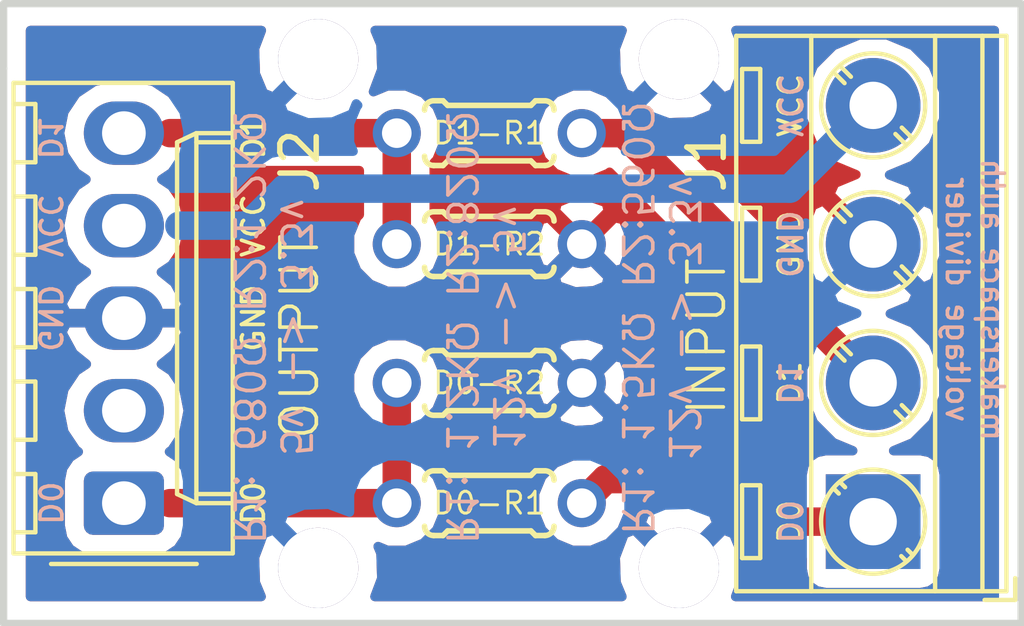
<source format=kicad_pcb>
(kicad_pcb (version 20171130) (host pcbnew 5.0.2-4.fc29)

  (general
    (thickness 1.6)
    (drawings 28)
    (tracks 14)
    (zones 0)
    (modules 10)
    (nets 8)
  )

  (page A4)
  (layers
    (0 Top signal hide)
    (31 Bottom signal hide)
    (33 F.Adhes user hide)
    (35 F.Paste user)
    (36 B.SilkS user hide)
    (37 F.SilkS user)
    (38 B.Mask user hide)
    (39 F.Mask user)
    (40 Dwgs.User user hide)
    (41 Cmts.User user hide)
    (42 Eco1.User user hide)
    (43 Eco2.User user hide)
    (44 Edge.Cuts user)
    (45 Margin user hide)
    (46 B.CrtYd user hide)
    (47 F.CrtYd user hide)
    (49 F.Fab user hide)
  )

  (setup
    (last_trace_width 0.781)
    (user_trace_width 0.1524)
    (user_trace_width 0.3)
    (user_trace_width 0.781)
    (trace_clearance 0.254)
    (zone_clearance 0.508)
    (zone_45_only no)
    (trace_min 0.1524)
    (segment_width 0.2)
    (edge_width 0.15)
    (via_size 0.6858)
    (via_drill 0.3302)
    (via_min_size 0.508)
    (via_min_drill 0.254)
    (uvia_size 0.6858)
    (uvia_drill 0.3302)
    (uvias_allowed no)
    (uvia_min_size 0.2)
    (uvia_min_drill 0.1)
    (pcb_text_width 0.1)
    (pcb_text_size 1 1)
    (mod_edge_width 0.15)
    (mod_text_size 1 1)
    (mod_text_width 0.15)
    (pad_size 2.6 2.6)
    (pad_drill 1.3)
    (pad_to_mask_clearance 0.051)
    (solder_mask_min_width 0.25)
    (aux_axis_origin 78.74 66.04)
    (grid_origin 78.74 66.04)
    (visible_elements FFFFFF7F)
    (pcbplotparams
      (layerselection 0x010fc_ffffffff)
      (usegerberextensions false)
      (usegerberattributes false)
      (usegerberadvancedattributes false)
      (creategerberjobfile false)
      (excludeedgelayer true)
      (linewidth 0.100000)
      (plotframeref false)
      (viasonmask false)
      (mode 1)
      (useauxorigin false)
      (hpglpennumber 1)
      (hpglpenspeed 20)
      (hpglpendiameter 15.000000)
      (psnegative false)
      (psa4output false)
      (plotreference true)
      (plotvalue true)
      (plotinvisibletext false)
      (padsonsilk false)
      (subtractmaskfromsilk false)
      (outputformat 1)
      (mirror false)
      (drillshape 1)
      (scaleselection 1)
      (outputdirectory ""))
  )

  (net 0 "")
  (net 1 /D0)
  (net 2 /D1)
  (net 3 GND)
  (net 4 VCC)
  (net 5 "Net-(J2-Pad2)")
  (net 6 "Net-(D0-R1-Pad1)")
  (net 7 "Net-(D1-R1-Pad1)")

  (net_class Default "This is the default net class."
    (clearance 0.254)
    (trace_width 0.1524)
    (via_dia 0.6858)
    (via_drill 0.3302)
    (uvia_dia 0.6858)
    (uvia_drill 0.3302)
    (diff_pair_gap 0.2286)
    (diff_pair_width 0.1524)
    (add_net /D0)
    (add_net /D1)
    (add_net "Net-(D0-R1-Pad1)")
    (add_net "Net-(D1-R1-Pad1)")
    (add_net "Net-(J2-Pad2)")
  )

  (net_class PWR ""
    (clearance 0.254)
    (trace_width 0.3)
    (via_dia 0.6858)
    (via_drill 0.3302)
    (uvia_dia 0.6858)
    (uvia_drill 0.3302)
    (diff_pair_gap 0.2286)
    (diff_pair_width 0.1524)
    (add_net GND)
    (add_net VCC)
  )

  (module MountingHole:MountingHole_2.2mm_M2 (layer Top) (tedit 5C5DB83C) (tstamp 5C90EE46)
    (at 87.376 64.516)
    (descr "Mounting Hole 2.2mm, no annular, M2")
    (tags "mounting hole 2.2mm no annular m2")
    (attr virtual)
    (fp_text reference REF** (at 0 -3.2) (layer F.Fab)
      (effects (font (size 1 1) (thickness 0.15)))
    )
    (fp_text value MountingHole_2.2mm_M2 (at 0 3.2) (layer F.Fab)
      (effects (font (size 1 1) (thickness 0.15)))
    )
    (fp_text user %R (at 0.3 0) (layer F.Fab)
      (effects (font (size 1 1) (thickness 0.15)))
    )
    (fp_circle (center 0 0) (end 2.2 0) (layer Cmts.User) (width 0.15))
    (fp_circle (center 0 0) (end 2.45 0) (layer F.CrtYd) (width 0.05))
    (pad 1 thru_hole circle (at 0 0) (size 2.2 2.2) (drill 2.2) (layers *.Cu *.Mask)
      (net 3 GND))
  )

  (module MountingHole:MountingHole_2.2mm_M2 (layer Top) (tedit 5C5DB812) (tstamp 5C90EE38)
    (at 87.376 50.546)
    (descr "Mounting Hole 2.2mm, no annular, M2")
    (tags "mounting hole 2.2mm no annular m2")
    (attr virtual)
    (fp_text reference REF** (at 0 -3.81) (layer F.Fab)
      (effects (font (size 1 1) (thickness 0.15)))
    )
    (fp_text value MountingHole_2.2mm_M2 (at 0 3.2) (layer F.Fab)
      (effects (font (size 1 1) (thickness 0.15)))
    )
    (fp_circle (center 0 0) (end 2.45 0) (layer F.CrtYd) (width 0.05))
    (fp_circle (center 0 0) (end 2.2 0) (layer Cmts.User) (width 0.15))
    (fp_text user %R (at 0.3 0) (layer F.Fab)
      (effects (font (size 1 1) (thickness 0.15)))
    )
    (pad 1 thru_hole circle (at 0 0) (size 2.2 2.2) (drill 2.2) (layers *.Cu *.Mask)
      (net 3 GND))
  )

  (module MountingHole:MountingHole_2.2mm_M2 (layer Top) (tedit 5C5DB826) (tstamp 5C90EE28)
    (at 97.282 50.546)
    (descr "Mounting Hole 2.2mm, no annular, M2")
    (tags "mounting hole 2.2mm no annular m2")
    (attr virtual)
    (fp_text reference REF** (at 0 -3.2) (layer F.Fab)
      (effects (font (size 1 1) (thickness 0.15)))
    )
    (fp_text value MountingHole_2.2mm_M2 (at 0 3.2) (layer F.Fab)
      (effects (font (size 1 1) (thickness 0.15)))
    )
    (fp_text user %R (at 0.3 0) (layer F.Fab)
      (effects (font (size 1 1) (thickness 0.15)))
    )
    (fp_circle (center 0 0) (end 2.2 0) (layer Cmts.User) (width 0.15))
    (fp_circle (center 0 0) (end 2.45 0) (layer F.CrtYd) (width 0.05))
    (pad 1 thru_hole circle (at 0 0) (size 2.2 2.2) (drill 2.2) (layers *.Cu *.Mask)
      (net 3 GND))
  )

  (module OPL_Resistor:PR-D1.8_L3.3MM (layer Top) (tedit 5C54D99E) (tstamp 5C90D712)
    (at 92.075 62.738 180)
    (descr RESISTOR)
    (tags RESISTOR)
    (path /5C5507E2)
    (attr virtual)
    (fp_text reference D0-R1 (at 0 0 180) (layer F.SilkS)
      (effects (font (size 0.6 0.6) (thickness 0.08)))
    )
    (fp_text value 1.5K (at 0 1.95 180) (layer F.Fab)
      (effects (font (size 1 1) (thickness 0.15)))
    )
    (fp_arc (start 1.524 -0.635) (end 1.524 -0.889) (angle 90) (layer F.SilkS) (width 0.1524))
    (fp_arc (start 1.524 0.635) (end 1.778 0.635) (angle 90) (layer F.SilkS) (width 0.1524))
    (fp_arc (start -1.524 0.635) (end -1.524 0.889) (angle 90) (layer F.SilkS) (width 0.1524))
    (fp_arc (start -1.524 -0.635) (end -1.778 -0.635) (angle 90) (layer F.SilkS) (width 0.1524))
    (fp_line (start 1.524 0.889) (end 1.27 0.889) (layer F.SilkS) (width 0.1524))
    (fp_line (start 1.524 -0.889) (end 1.27 -0.889) (layer F.SilkS) (width 0.1524))
    (fp_line (start 1.143 0.762) (end -1.143 0.762) (layer F.SilkS) (width 0.1524))
    (fp_line (start 1.143 0.762) (end 1.27 0.889) (layer F.SilkS) (width 0.1524))
    (fp_line (start 1.143 -0.762) (end -1.143 -0.762) (layer F.SilkS) (width 0.1524))
    (fp_line (start 1.143 -0.762) (end 1.27 -0.889) (layer F.SilkS) (width 0.1524))
    (fp_line (start -1.143 0.762) (end -1.27 0.889) (layer F.SilkS) (width 0.1524))
    (fp_line (start -1.524 0.889) (end -1.27 0.889) (layer F.SilkS) (width 0.1524))
    (fp_line (start -1.143 -0.762) (end -1.27 -0.889) (layer F.SilkS) (width 0.1524))
    (fp_line (start -1.524 -0.889) (end -1.27 -0.889) (layer F.SilkS) (width 0.1524))
    (fp_line (start -1.65 -0.9) (end 1.65 -0.9) (layer F.Fab) (width 0.1))
    (fp_line (start 1.65 -0.9) (end 1.65 0.9) (layer F.Fab) (width 0.1))
    (fp_line (start 1.65 0.9) (end -1.65 0.9) (layer F.Fab) (width 0.1))
    (fp_line (start -1.65 0.9) (end -1.65 -0.9) (layer F.Fab) (width 0.1))
    (fp_line (start 3.45 1.15) (end 3.45 -1.15) (layer F.CrtYd) (width 0.05))
    (fp_line (start 3.45 -1.15) (end -3.45 -1.15) (layer F.CrtYd) (width 0.05))
    (fp_line (start -3.45 -1.15) (end -3.45 1.15) (layer F.CrtYd) (width 0.05))
    (fp_line (start -3.45 1.15) (end 3.45 1.15) (layer F.CrtYd) (width 0.05))
    (fp_text user %R (at 0 -1.775 180) (layer F.Fab)
      (effects (font (size 1 1) (thickness 0.15)))
    )
    (pad 2 thru_hole circle (at 2.54 0 180) (size 1.3208 1.3208) (drill 0.8128) (layers *.Cu *.Mask)
      (net 1 /D0))
    (pad 1 thru_hole circle (at -2.54 0 180) (size 1.3208 1.3208) (drill 0.8128) (layers *.Cu *.Mask)
      (net 6 "Net-(D0-R1-Pad1)"))
    (model ${KISYS3DMOD}/Resistor_THT.3dshapes/R_Axial_DIN0204_L3.6mm_D1.6mm_P5.08mm_Horizontal.wrl
      (offset (xyz -2.5 0 0))
      (scale (xyz 1 1 1))
      (rotate (xyz 0 0 0))
    )
  )

  (module OPL_Resistor:PR-D1.8_L3.3MM (layer Top) (tedit 5C54D9AD) (tstamp 5C90D72F)
    (at 92.075 59.436)
    (descr RESISTOR)
    (tags RESISTOR)
    (path /5C550842)
    (attr virtual)
    (fp_text reference D0-R2 (at 0 0) (layer F.SilkS)
      (effects (font (size 0.6 0.6) (thickness 0.08)))
    )
    (fp_text value 560 (at 0 1.95) (layer F.Fab)
      (effects (font (size 1 1) (thickness 0.15)))
    )
    (fp_text user %R (at 0 -1.775) (layer F.Fab)
      (effects (font (size 1 1) (thickness 0.15)))
    )
    (fp_line (start -3.45 1.15) (end 3.45 1.15) (layer F.CrtYd) (width 0.05))
    (fp_line (start -3.45 -1.15) (end -3.45 1.15) (layer F.CrtYd) (width 0.05))
    (fp_line (start 3.45 -1.15) (end -3.45 -1.15) (layer F.CrtYd) (width 0.05))
    (fp_line (start 3.45 1.15) (end 3.45 -1.15) (layer F.CrtYd) (width 0.05))
    (fp_line (start -1.65 0.9) (end -1.65 -0.9) (layer F.Fab) (width 0.1))
    (fp_line (start 1.65 0.9) (end -1.65 0.9) (layer F.Fab) (width 0.1))
    (fp_line (start 1.65 -0.9) (end 1.65 0.9) (layer F.Fab) (width 0.1))
    (fp_line (start -1.65 -0.9) (end 1.65 -0.9) (layer F.Fab) (width 0.1))
    (fp_line (start -1.524 -0.889) (end -1.27 -0.889) (layer F.SilkS) (width 0.1524))
    (fp_line (start -1.143 -0.762) (end -1.27 -0.889) (layer F.SilkS) (width 0.1524))
    (fp_line (start -1.524 0.889) (end -1.27 0.889) (layer F.SilkS) (width 0.1524))
    (fp_line (start -1.143 0.762) (end -1.27 0.889) (layer F.SilkS) (width 0.1524))
    (fp_line (start 1.143 -0.762) (end 1.27 -0.889) (layer F.SilkS) (width 0.1524))
    (fp_line (start 1.143 -0.762) (end -1.143 -0.762) (layer F.SilkS) (width 0.1524))
    (fp_line (start 1.143 0.762) (end 1.27 0.889) (layer F.SilkS) (width 0.1524))
    (fp_line (start 1.143 0.762) (end -1.143 0.762) (layer F.SilkS) (width 0.1524))
    (fp_line (start 1.524 -0.889) (end 1.27 -0.889) (layer F.SilkS) (width 0.1524))
    (fp_line (start 1.524 0.889) (end 1.27 0.889) (layer F.SilkS) (width 0.1524))
    (fp_arc (start -1.524 -0.635) (end -1.778 -0.635) (angle 90) (layer F.SilkS) (width 0.1524))
    (fp_arc (start -1.524 0.635) (end -1.524 0.889) (angle 90) (layer F.SilkS) (width 0.1524))
    (fp_arc (start 1.524 0.635) (end 1.778 0.635) (angle 90) (layer F.SilkS) (width 0.1524))
    (fp_arc (start 1.524 -0.635) (end 1.524 -0.889) (angle 90) (layer F.SilkS) (width 0.1524))
    (pad 1 thru_hole circle (at -2.54 0) (size 1.3208 1.3208) (drill 0.8128) (layers *.Cu *.Mask)
      (net 1 /D0))
    (pad 2 thru_hole circle (at 2.54 0) (size 1.3208 1.3208) (drill 0.8128) (layers *.Cu *.Mask)
      (net 3 GND))
    (model ${KISYS3DMOD}/Resistor_THT.3dshapes/R_Axial_DIN0204_L3.6mm_D1.6mm_P5.08mm_Horizontal.wrl
      (offset (xyz -2.5 0 0))
      (scale (xyz 1 1 1))
      (rotate (xyz 0 0 0))
    )
  )

  (module OPL_Resistor:PR-D1.8_L3.3MM (layer Top) (tedit 5C54D9CD) (tstamp 5C90D74C)
    (at 92.075 52.578 180)
    (descr RESISTOR)
    (tags RESISTOR)
    (path /5C550787)
    (attr virtual)
    (fp_text reference D1-R1 (at 0 0 180) (layer F.SilkS)
      (effects (font (size 0.6 0.6) (thickness 0.08)))
    )
    (fp_text value 1.5K (at 0 1.95 180) (layer F.Fab)
      (effects (font (size 1 1) (thickness 0.15)))
    )
    (fp_text user %R (at 0 -1.775 180) (layer F.Fab)
      (effects (font (size 1 1) (thickness 0.15)))
    )
    (fp_line (start -3.45 1.15) (end 3.45 1.15) (layer F.CrtYd) (width 0.05))
    (fp_line (start -3.45 -1.15) (end -3.45 1.15) (layer F.CrtYd) (width 0.05))
    (fp_line (start 3.45 -1.15) (end -3.45 -1.15) (layer F.CrtYd) (width 0.05))
    (fp_line (start 3.45 1.15) (end 3.45 -1.15) (layer F.CrtYd) (width 0.05))
    (fp_line (start -1.65 0.9) (end -1.65 -0.9) (layer F.Fab) (width 0.1))
    (fp_line (start 1.65 0.9) (end -1.65 0.9) (layer F.Fab) (width 0.1))
    (fp_line (start 1.65 -0.9) (end 1.65 0.9) (layer F.Fab) (width 0.1))
    (fp_line (start -1.65 -0.9) (end 1.65 -0.9) (layer F.Fab) (width 0.1))
    (fp_line (start -1.524 -0.889) (end -1.27 -0.889) (layer F.SilkS) (width 0.1524))
    (fp_line (start -1.143 -0.762) (end -1.27 -0.889) (layer F.SilkS) (width 0.1524))
    (fp_line (start -1.524 0.889) (end -1.27 0.889) (layer F.SilkS) (width 0.1524))
    (fp_line (start -1.143 0.762) (end -1.27 0.889) (layer F.SilkS) (width 0.1524))
    (fp_line (start 1.143 -0.762) (end 1.27 -0.889) (layer F.SilkS) (width 0.1524))
    (fp_line (start 1.143 -0.762) (end -1.143 -0.762) (layer F.SilkS) (width 0.1524))
    (fp_line (start 1.143 0.762) (end 1.27 0.889) (layer F.SilkS) (width 0.1524))
    (fp_line (start 1.143 0.762) (end -1.143 0.762) (layer F.SilkS) (width 0.1524))
    (fp_line (start 1.524 -0.889) (end 1.27 -0.889) (layer F.SilkS) (width 0.1524))
    (fp_line (start 1.524 0.889) (end 1.27 0.889) (layer F.SilkS) (width 0.1524))
    (fp_arc (start -1.524 -0.635) (end -1.778 -0.635) (angle 90) (layer F.SilkS) (width 0.1524))
    (fp_arc (start -1.524 0.635) (end -1.524 0.889) (angle 90) (layer F.SilkS) (width 0.1524))
    (fp_arc (start 1.524 0.635) (end 1.778 0.635) (angle 90) (layer F.SilkS) (width 0.1524))
    (fp_arc (start 1.524 -0.635) (end 1.524 -0.889) (angle 90) (layer F.SilkS) (width 0.1524))
    (pad 1 thru_hole circle (at -2.54 0 180) (size 1.3208 1.3208) (drill 0.8128) (layers *.Cu *.Mask)
      (net 7 "Net-(D1-R1-Pad1)"))
    (pad 2 thru_hole circle (at 2.54 0 180) (size 1.3208 1.3208) (drill 0.8128) (layers *.Cu *.Mask)
      (net 2 /D1))
    (model ${KISYS3DMOD}/Resistor_THT.3dshapes/R_Axial_DIN0204_L3.6mm_D1.6mm_P5.08mm_Horizontal.wrl
      (offset (xyz -2.5 0 0))
      (scale (xyz 1 1 1))
      (rotate (xyz 0 0 0))
    )
  )

  (module OPL_Resistor:PR-D1.8_L3.3MM (layer Top) (tedit 5C54D9B5) (tstamp 5C90E09C)
    (at 92.075 55.626)
    (descr RESISTOR)
    (tags RESISTOR)
    (path /5C5508C5)
    (attr virtual)
    (fp_text reference D1-R2 (at 0 0) (layer F.SilkS)
      (effects (font (size 0.6 0.6) (thickness 0.08)))
    )
    (fp_text value 560 (at 0 1.95) (layer F.Fab)
      (effects (font (size 1 1) (thickness 0.15)))
    )
    (fp_arc (start 1.524 -0.635) (end 1.524 -0.889) (angle 90) (layer F.SilkS) (width 0.1524))
    (fp_arc (start 1.524 0.635) (end 1.778 0.635) (angle 90) (layer F.SilkS) (width 0.1524))
    (fp_arc (start -1.524 0.635) (end -1.524 0.889) (angle 90) (layer F.SilkS) (width 0.1524))
    (fp_arc (start -1.524 -0.635) (end -1.778 -0.635) (angle 90) (layer F.SilkS) (width 0.1524))
    (fp_line (start 1.524 0.889) (end 1.27 0.889) (layer F.SilkS) (width 0.1524))
    (fp_line (start 1.524 -0.889) (end 1.27 -0.889) (layer F.SilkS) (width 0.1524))
    (fp_line (start 1.143 0.762) (end -1.143 0.762) (layer F.SilkS) (width 0.1524))
    (fp_line (start 1.143 0.762) (end 1.27 0.889) (layer F.SilkS) (width 0.1524))
    (fp_line (start 1.143 -0.762) (end -1.143 -0.762) (layer F.SilkS) (width 0.1524))
    (fp_line (start 1.143 -0.762) (end 1.27 -0.889) (layer F.SilkS) (width 0.1524))
    (fp_line (start -1.143 0.762) (end -1.27 0.889) (layer F.SilkS) (width 0.1524))
    (fp_line (start -1.524 0.889) (end -1.27 0.889) (layer F.SilkS) (width 0.1524))
    (fp_line (start -1.143 -0.762) (end -1.27 -0.889) (layer F.SilkS) (width 0.1524))
    (fp_line (start -1.524 -0.889) (end -1.27 -0.889) (layer F.SilkS) (width 0.1524))
    (fp_line (start -1.65 -0.9) (end 1.65 -0.9) (layer F.Fab) (width 0.1))
    (fp_line (start 1.65 -0.9) (end 1.65 0.9) (layer F.Fab) (width 0.1))
    (fp_line (start 1.65 0.9) (end -1.65 0.9) (layer F.Fab) (width 0.1))
    (fp_line (start -1.65 0.9) (end -1.65 -0.9) (layer F.Fab) (width 0.1))
    (fp_line (start 3.45 1.15) (end 3.45 -1.15) (layer F.CrtYd) (width 0.05))
    (fp_line (start 3.45 -1.15) (end -3.45 -1.15) (layer F.CrtYd) (width 0.05))
    (fp_line (start -3.45 -1.15) (end -3.45 1.15) (layer F.CrtYd) (width 0.05))
    (fp_line (start -3.45 1.15) (end 3.45 1.15) (layer F.CrtYd) (width 0.05))
    (fp_text user %R (at 0 -1.775) (layer F.Fab)
      (effects (font (size 1 1) (thickness 0.15)))
    )
    (pad 2 thru_hole circle (at 2.54 0) (size 1.3208 1.3208) (drill 0.8128) (layers *.Cu *.Mask)
      (net 3 GND))
    (pad 1 thru_hole circle (at -2.54 0) (size 1.3208 1.3208) (drill 0.8128) (layers *.Cu *.Mask)
      (net 2 /D1))
    (model ${KISYS3DMOD}/Resistor_THT.3dshapes/R_Axial_DIN0204_L3.6mm_D1.6mm_P5.08mm_Horizontal.wrl
      (offset (xyz -2.5 0 0))
      (scale (xyz 1 1 1))
      (rotate (xyz 0 0 0))
    )
  )

  (module Connector_Molex:Molex_KK-254_AE-6410-05A_1x05_P2.54mm_Vertical (layer Top) (tedit 5B78013E) (tstamp 5C5DE4D5)
    (at 82.042 62.738 90)
    (descr "Molex KK-254 Interconnect System, old/engineering part number: AE-6410-05A example for new part number: 22-27-2051, 5 Pins (http://www.molex.com/pdm_docs/sd/022272021_sd.pdf), generated with kicad-footprint-generator")
    (tags "connector Molex KK-254 side entry")
    (path /5C53FDD4)
    (fp_text reference J2 (at 9.398 4.826 90) (layer F.SilkS)
      (effects (font (size 1 1) (thickness 0.15)))
    )
    (fp_text value Conn_01x05_Female (at 5.08 4.08 90) (layer F.Fab)
      (effects (font (size 1 1) (thickness 0.15)))
    )
    (fp_line (start -1.27 -2.92) (end -1.27 2.88) (layer F.Fab) (width 0.1))
    (fp_line (start -1.27 2.88) (end 11.43 2.88) (layer F.Fab) (width 0.1))
    (fp_line (start 11.43 2.88) (end 11.43 -2.92) (layer F.Fab) (width 0.1))
    (fp_line (start 11.43 -2.92) (end -1.27 -2.92) (layer F.Fab) (width 0.1))
    (fp_line (start -1.38 -3.03) (end -1.38 2.99) (layer F.SilkS) (width 0.12))
    (fp_line (start -1.38 2.99) (end 11.54 2.99) (layer F.SilkS) (width 0.12))
    (fp_line (start 11.54 2.99) (end 11.54 -3.03) (layer F.SilkS) (width 0.12))
    (fp_line (start 11.54 -3.03) (end -1.38 -3.03) (layer F.SilkS) (width 0.12))
    (fp_line (start -1.67 -2) (end -1.67 2) (layer F.SilkS) (width 0.12))
    (fp_line (start -1.27 -0.5) (end -0.562893 0) (layer F.Fab) (width 0.1))
    (fp_line (start -0.562893 0) (end -1.27 0.5) (layer F.Fab) (width 0.1))
    (fp_line (start 0 2.99) (end 0 1.99) (layer F.SilkS) (width 0.12))
    (fp_line (start 0 1.99) (end 10.16 1.99) (layer F.SilkS) (width 0.12))
    (fp_line (start 10.16 1.99) (end 10.16 2.99) (layer F.SilkS) (width 0.12))
    (fp_line (start 0 1.99) (end 0.25 1.46) (layer F.SilkS) (width 0.12))
    (fp_line (start 0.25 1.46) (end 9.91 1.46) (layer F.SilkS) (width 0.12))
    (fp_line (start 9.91 1.46) (end 10.16 1.99) (layer F.SilkS) (width 0.12))
    (fp_line (start 0.25 2.99) (end 0.25 1.99) (layer F.SilkS) (width 0.12))
    (fp_line (start 9.91 2.99) (end 9.91 1.99) (layer F.SilkS) (width 0.12))
    (fp_line (start -0.8 -3.03) (end -0.8 -2.43) (layer F.SilkS) (width 0.12))
    (fp_line (start -0.8 -2.43) (end 0.8 -2.43) (layer F.SilkS) (width 0.12))
    (fp_line (start 0.8 -2.43) (end 0.8 -3.03) (layer F.SilkS) (width 0.12))
    (fp_line (start 1.74 -3.03) (end 1.74 -2.43) (layer F.SilkS) (width 0.12))
    (fp_line (start 1.74 -2.43) (end 3.34 -2.43) (layer F.SilkS) (width 0.12))
    (fp_line (start 3.34 -2.43) (end 3.34 -3.03) (layer F.SilkS) (width 0.12))
    (fp_line (start 4.28 -3.03) (end 4.28 -2.43) (layer F.SilkS) (width 0.12))
    (fp_line (start 4.28 -2.43) (end 5.88 -2.43) (layer F.SilkS) (width 0.12))
    (fp_line (start 5.88 -2.43) (end 5.88 -3.03) (layer F.SilkS) (width 0.12))
    (fp_line (start 6.82 -3.03) (end 6.82 -2.43) (layer F.SilkS) (width 0.12))
    (fp_line (start 6.82 -2.43) (end 8.42 -2.43) (layer F.SilkS) (width 0.12))
    (fp_line (start 8.42 -2.43) (end 8.42 -3.03) (layer F.SilkS) (width 0.12))
    (fp_line (start 9.36 -3.03) (end 9.36 -2.43) (layer F.SilkS) (width 0.12))
    (fp_line (start 9.36 -2.43) (end 10.96 -2.43) (layer F.SilkS) (width 0.12))
    (fp_line (start 10.96 -2.43) (end 10.96 -3.03) (layer F.SilkS) (width 0.12))
    (fp_line (start -1.77 -3.42) (end -1.77 3.38) (layer F.CrtYd) (width 0.05))
    (fp_line (start -1.77 3.38) (end 11.93 3.38) (layer F.CrtYd) (width 0.05))
    (fp_line (start 11.93 3.38) (end 11.93 -3.42) (layer F.CrtYd) (width 0.05))
    (fp_line (start 11.93 -3.42) (end -1.77 -3.42) (layer F.CrtYd) (width 0.05))
    (fp_text user %R (at 5.08 -2.22 90) (layer F.Fab)
      (effects (font (size 1 1) (thickness 0.15)))
    )
    (pad 1 thru_hole roundrect (at 0 0 90) (size 1.74 2.2) (drill 1.2) (layers *.Cu *.Mask) (roundrect_rratio 0.143678)
      (net 1 /D0))
    (pad 2 thru_hole oval (at 2.54 0 90) (size 1.74 2.2) (drill 1.2) (layers *.Cu *.Mask)
      (net 5 "Net-(J2-Pad2)"))
    (pad 3 thru_hole oval (at 5.08 0 90) (size 1.74 2.2) (drill 1.2) (layers *.Cu *.Mask)
      (net 3 GND))
    (pad 4 thru_hole oval (at 7.62 0 90) (size 1.74 2.2) (drill 1.2) (layers *.Cu *.Mask)
      (net 4 VCC))
    (pad 5 thru_hole oval (at 10.16 0 90) (size 1.74 2.2) (drill 1.2) (layers *.Cu *.Mask)
      (net 2 /D1))
    (model ${KISYS3DMOD}/Connector_Molex.3dshapes/Molex_KK-254_AE-6410-05A_1x05_P2.54mm_Vertical.wrl
      (at (xyz 0 0 0))
      (scale (xyz 1 1 1))
      (rotate (xyz 0 0 0))
    )
  )

  (module MountingHole:MountingHole_2.2mm_M2 (layer Top) (tedit 5C5DB833) (tstamp 5C90EE0D)
    (at 97.282 64.516)
    (descr "Mounting Hole 2.2mm, no annular, M2")
    (tags "mounting hole 2.2mm no annular m2")
    (attr virtual)
    (fp_text reference REF** (at 0 -3.2) (layer F.Fab)
      (effects (font (size 1 1) (thickness 0.15)))
    )
    (fp_text value MountingHole_2.2mm_M2 (at 0 3.2) (layer F.Fab)
      (effects (font (size 1 1) (thickness 0.15)))
    )
    (fp_circle (center 0 0) (end 2.45 0) (layer F.CrtYd) (width 0.05))
    (fp_circle (center 0 0) (end 2.2 0) (layer Cmts.User) (width 0.15))
    (fp_text user %R (at 0.3 0) (layer F.Fab)
      (effects (font (size 1 1) (thickness 0.15)))
    )
    (pad 1 thru_hole circle (at 0 0) (size 2.2 2.2) (drill 2.2) (layers *.Cu *.Mask)
      (net 3 GND))
  )

  (module TerminalBlock_MetzConnect:TerminalBlock_MetzConnect_Type086_RT03404HBLC_1x04_P3.81mm_Horizontal (layer Top) (tedit 5C5DC1EE) (tstamp 5C6A85A9)
    (at 102.616 63.246 90)
    (descr "terminal block Metz Connect Type086_RT03404HBLC, 4 pins, pitch 3.81mm, size 15.1x7.3mm^2, drill diamater 0.7mm, pad diameter 1.4mm, see http://www.metz-connect.com/de/system/files/productfiles/Datenblatt_310861_RT034xxHBLC_OFF-026114K.pdf, script-generated using https://github.com/pointhi/kicad-footprint-generator/scripts/TerminalBlock_MetzConnect")
    (tags "THT terminal block Metz Connect Type086_RT03404HBLC pitch 3.81mm size 15.1x7.3mm^2 drill 0.7mm pad 1.4mm")
    (path /5C53FB6D)
    (fp_text reference J1 (at 9.906 -4.572 90) (layer F.SilkS)
      (effects (font (size 1 1) (thickness 0.15)))
    )
    (fp_text value Screw_Terminal_01x04 (at 5.715 4.66 90) (layer F.Fab)
      (effects (font (size 1 1) (thickness 0.15)))
    )
    (fp_circle (center 0 0) (end 1.25 0) (layer F.Fab) (width 0.1))
    (fp_circle (center 0 0) (end 1.43 0) (layer F.SilkS) (width 0.12))
    (fp_circle (center 3.81 0) (end 5.06 0) (layer F.Fab) (width 0.1))
    (fp_circle (center 3.81 0) (end 5.24 0) (layer F.SilkS) (width 0.12))
    (fp_circle (center 7.62 0) (end 8.87 0) (layer F.Fab) (width 0.1))
    (fp_circle (center 7.62 0) (end 9.05 0) (layer F.SilkS) (width 0.12))
    (fp_circle (center 11.43 0) (end 12.68 0) (layer F.Fab) (width 0.1))
    (fp_circle (center 11.43 0) (end 12.86 0) (layer F.SilkS) (width 0.12))
    (fp_line (start -1.85 -3.7) (end 13.28 -3.7) (layer F.Fab) (width 0.1))
    (fp_line (start 13.28 -3.7) (end 13.28 3.6) (layer F.Fab) (width 0.1))
    (fp_line (start 13.28 3.6) (end -1.25 3.6) (layer F.Fab) (width 0.1))
    (fp_line (start -1.25 3.6) (end -1.85 3) (layer F.Fab) (width 0.1))
    (fp_line (start -1.85 3) (end -1.85 -3.7) (layer F.Fab) (width 0.1))
    (fp_line (start -1.85 3) (end 13.28 3) (layer F.Fab) (width 0.1))
    (fp_line (start -1.91 3) (end 13.34 3) (layer F.SilkS) (width 0.12))
    (fp_line (start -1.85 1.7) (end 13.28 1.7) (layer F.Fab) (width 0.1))
    (fp_line (start -1.91 1.701) (end 13.34 1.701) (layer F.SilkS) (width 0.12))
    (fp_line (start -1.85 -1.7) (end 13.28 -1.7) (layer F.Fab) (width 0.1))
    (fp_line (start -1.91 -1.7) (end 13.34 -1.7) (layer F.SilkS) (width 0.12))
    (fp_line (start -1.91 -3.76) (end 13.34 -3.76) (layer F.SilkS) (width 0.12))
    (fp_line (start -1.91 3.66) (end 13.34 3.66) (layer F.SilkS) (width 0.12))
    (fp_line (start -1.91 -3.76) (end -1.91 3.66) (layer F.SilkS) (width 0.12))
    (fp_line (start 13.34 -3.76) (end 13.34 3.66) (layer F.SilkS) (width 0.12))
    (fp_line (start 0.949 -0.796) (end -0.796 0.948) (layer F.Fab) (width 0.1))
    (fp_line (start 0.796 -0.948) (end -0.949 0.796) (layer F.Fab) (width 0.1))
    (fp_line (start 1.085 -0.91) (end 0.945 -0.771) (layer F.SilkS) (width 0.12))
    (fp_line (start -0.771 0.945) (end -0.911 1.085) (layer F.SilkS) (width 0.12))
    (fp_line (start 0.911 -1.085) (end 0.771 -0.945) (layer F.SilkS) (width 0.12))
    (fp_line (start -0.946 0.771) (end -1.085 0.91) (layer F.SilkS) (width 0.12))
    (fp_line (start -1 -3.6) (end -1 -3.1) (layer F.Fab) (width 0.1))
    (fp_line (start -1 -3.1) (end 1 -3.1) (layer F.Fab) (width 0.1))
    (fp_line (start 1 -3.1) (end 1 -3.6) (layer F.Fab) (width 0.1))
    (fp_line (start 1 -3.6) (end -1 -3.6) (layer F.Fab) (width 0.1))
    (fp_line (start -1 -3.6) (end 1 -3.6) (layer F.SilkS) (width 0.12))
    (fp_line (start -1 -3.1) (end 1 -3.1) (layer F.SilkS) (width 0.12))
    (fp_line (start -1 -3.6) (end -1 -3.1) (layer F.SilkS) (width 0.12))
    (fp_line (start 1 -3.6) (end 1 -3.1) (layer F.SilkS) (width 0.12))
    (fp_line (start 4.759 -0.796) (end 3.015 0.948) (layer F.Fab) (width 0.1))
    (fp_line (start 4.606 -0.948) (end 2.862 0.796) (layer F.Fab) (width 0.1))
    (fp_line (start 4.895 -0.91) (end 4.596 -0.611) (layer F.SilkS) (width 0.12))
    (fp_line (start 3.2 0.786) (end 2.9 1.085) (layer F.SilkS) (width 0.12))
    (fp_line (start 4.721 -1.085) (end 4.421 -0.786) (layer F.SilkS) (width 0.12))
    (fp_line (start 3.025 0.611) (end 2.726 0.91) (layer F.SilkS) (width 0.12))
    (fp_line (start 2.81 -3.6) (end 2.81 -3.1) (layer F.Fab) (width 0.1))
    (fp_line (start 2.81 -3.1) (end 4.81 -3.1) (layer F.Fab) (width 0.1))
    (fp_line (start 4.81 -3.1) (end 4.81 -3.6) (layer F.Fab) (width 0.1))
    (fp_line (start 4.81 -3.6) (end 2.81 -3.6) (layer F.Fab) (width 0.1))
    (fp_line (start 2.81 -3.6) (end 4.81 -3.6) (layer F.SilkS) (width 0.12))
    (fp_line (start 2.81 -3.1) (end 4.81 -3.1) (layer F.SilkS) (width 0.12))
    (fp_line (start 2.81 -3.6) (end 2.81 -3.1) (layer F.SilkS) (width 0.12))
    (fp_line (start 4.81 -3.6) (end 4.81 -3.1) (layer F.SilkS) (width 0.12))
    (fp_line (start 8.569 -0.796) (end 6.825 0.948) (layer F.Fab) (width 0.1))
    (fp_line (start 8.416 -0.948) (end 6.672 0.796) (layer F.Fab) (width 0.1))
    (fp_line (start 8.705 -0.91) (end 8.406 -0.611) (layer F.SilkS) (width 0.12))
    (fp_line (start 7.01 0.786) (end 6.71 1.085) (layer F.SilkS) (width 0.12))
    (fp_line (start 8.531 -1.085) (end 8.231 -0.786) (layer F.SilkS) (width 0.12))
    (fp_line (start 6.835 0.611) (end 6.536 0.91) (layer F.SilkS) (width 0.12))
    (fp_line (start 6.62 -3.6) (end 6.62 -3.1) (layer F.Fab) (width 0.1))
    (fp_line (start 6.62 -3.1) (end 8.62 -3.1) (layer F.Fab) (width 0.1))
    (fp_line (start 8.62 -3.1) (end 8.62 -3.6) (layer F.Fab) (width 0.1))
    (fp_line (start 8.62 -3.6) (end 6.62 -3.6) (layer F.Fab) (width 0.1))
    (fp_line (start 6.62 -3.6) (end 8.62 -3.6) (layer F.SilkS) (width 0.12))
    (fp_line (start 6.62 -3.1) (end 8.62 -3.1) (layer F.SilkS) (width 0.12))
    (fp_line (start 6.62 -3.6) (end 6.62 -3.1) (layer F.SilkS) (width 0.12))
    (fp_line (start 8.62 -3.6) (end 8.62 -3.1) (layer F.SilkS) (width 0.12))
    (fp_line (start 12.379 -0.796) (end 10.635 0.948) (layer F.Fab) (width 0.1))
    (fp_line (start 12.226 -0.948) (end 10.482 0.796) (layer F.Fab) (width 0.1))
    (fp_line (start 12.515 -0.91) (end 12.216 -0.611) (layer F.SilkS) (width 0.12))
    (fp_line (start 10.82 0.786) (end 10.52 1.085) (layer F.SilkS) (width 0.12))
    (fp_line (start 12.341 -1.085) (end 12.041 -0.786) (layer F.SilkS) (width 0.12))
    (fp_line (start 10.645 0.611) (end 10.346 0.91) (layer F.SilkS) (width 0.12))
    (fp_line (start 10.43 -3.6) (end 10.43 -3.1) (layer F.Fab) (width 0.1))
    (fp_line (start 10.43 -3.1) (end 12.43 -3.1) (layer F.Fab) (width 0.1))
    (fp_line (start 12.43 -3.1) (end 12.43 -3.6) (layer F.Fab) (width 0.1))
    (fp_line (start 12.43 -3.6) (end 10.43 -3.6) (layer F.Fab) (width 0.1))
    (fp_line (start 10.43 -3.6) (end 12.43 -3.6) (layer F.SilkS) (width 0.12))
    (fp_line (start 10.43 -3.1) (end 12.43 -3.1) (layer F.SilkS) (width 0.12))
    (fp_line (start 10.43 -3.6) (end 10.43 -3.1) (layer F.SilkS) (width 0.12))
    (fp_line (start 12.43 -3.6) (end 12.43 -3.1) (layer F.SilkS) (width 0.12))
    (fp_line (start -2.15 3.06) (end -2.15 3.9) (layer F.SilkS) (width 0.12))
    (fp_line (start -2.15 3.9) (end -1.55 3.9) (layer F.SilkS) (width 0.12))
    (fp_line (start -2.35 -4.2) (end -2.35 4.11) (layer F.CrtYd) (width 0.05))
    (fp_line (start -2.35 4.11) (end 13.78 4.11) (layer F.CrtYd) (width 0.05))
    (fp_line (start 13.78 4.11) (end 13.78 -4.2) (layer F.CrtYd) (width 0.05))
    (fp_line (start 13.78 -4.2) (end -2.35 -4.2) (layer F.CrtYd) (width 0.05))
    (fp_text user %R (at 5.715 2.4 90) (layer F.Fab)
      (effects (font (size 1 1) (thickness 0.15)))
    )
    (pad 1 thru_hole rect (at 0 0 90) (size 2.6 2.6) (drill 1.3) (layers *.Cu *.Mask)
      (net 6 "Net-(D0-R1-Pad1)"))
    (pad 2 thru_hole circle (at 3.81 0 90) (size 2.6 2.6) (drill 1.3) (layers *.Cu *.Mask)
      (net 7 "Net-(D1-R1-Pad1)"))
    (pad 3 thru_hole circle (at 7.62 0 90) (size 2.6 2.6) (drill 1.3) (layers *.Cu *.Mask)
      (net 3 GND))
    (pad 4 thru_hole circle (at 11.43 0 90) (size 2.6 2.6) (drill 1.3) (layers *.Cu *.Mask)
      (net 4 VCC))
    (model ${KISYS3DMOD}/TerminalBlock_MetzConnect.3dshapes/TerminalBlock_MetzConnect_Type086_RT03404HBLC_1x04_P3.81mm_Horizontal.wrl
      (at (xyz 0 0 0))
      (scale (xyz 1 1 1))
      (rotate (xyz 0 0 0))
    )
    (model /usr/share/kicad/modules/TerminalBlock_MetzConnect.pretty/TerminalBlock_MetzConnect_Type086_RT03404HBLC_1x04_P3.81mm_Horizontal.kicad_mod
      (at (xyz 0 0 0))
      (scale (xyz 1 1 1))
      (rotate (xyz 0 0 0))
    )
    (model ${KISYS3DMOD}/Connector_Phoenix_MC.3dshapes/PhoenixContact_MC_1,5_4-G-3.81_1x04_P3.81mm_Horizontal.step
      (at (xyz 0 0 0))
      (scale (xyz 1 1 1))
      (rotate (xyz 0 0 0))
    )
  )

  (gr_text GND (at 80.01 57.658 270) (layer B.SilkS) (tstamp 5C5DF9E8)
    (effects (font (size 0.6 0.6) (thickness 0.1)) (justify mirror))
  )
  (gr_text D0 (at 80.01 62.738 270) (layer B.SilkS) (tstamp 5C5DF9E7)
    (effects (font (size 0.6 0.6) (thickness 0.1)) (justify mirror))
  )
  (gr_text D1 (at 80.01 52.705 270) (layer B.SilkS) (tstamp 5C5DF9E6)
    (effects (font (size 0.6 0.6) (thickness 0.1)) (justify mirror))
  )
  (gr_text VCC (at 80.01 55.118 270) (layer B.SilkS) (tstamp 5C5DF9E5)
    (effects (font (size 0.6 0.6) (thickness 0.1)) (justify mirror))
  )
  (gr_text GND (at 100.33 55.626 270) (layer B.SilkS) (tstamp 5C5DF78B)
    (effects (font (size 0.6 0.6) (thickness 0.1)) (justify mirror))
  )
  (gr_text D1 (at 100.33 59.436 270) (layer B.SilkS) (tstamp 5C5DF78C)
    (effects (font (size 0.6 0.6) (thickness 0.1)) (justify mirror))
  )
  (gr_text D0 (at 100.33 63.246 270) (layer B.SilkS) (tstamp 5C5DF78D)
    (effects (font (size 0.6 0.6) (thickness 0.1)) (justify mirror))
  )
  (gr_text VCC (at 100.33 51.816 270) (layer B.SilkS) (tstamp 5C5DF78A)
    (effects (font (size 0.6 0.6) (thickness 0.1)) (justify mirror))
  )
  (gr_text GND (at 85.598 57.658 90) (layer F.SilkS) (tstamp 5C5DE766)
    (effects (font (size 0.6 0.6) (thickness 0.1)))
  )
  (gr_text VCC (at 85.598 55.118 90) (layer F.SilkS) (tstamp 5C5DE772)
    (effects (font (size 0.6 0.6) (thickness 0.1)))
  )
  (gr_text D1 (at 85.598 52.705 90) (layer F.SilkS) (tstamp 5C5DE76F)
    (effects (font (size 0.6 0.6) (thickness 0.1)))
  )
  (gr_text D0 (at 85.598 62.738 90) (layer F.SilkS) (tstamp 5C5DE76C)
    (effects (font (size 0.6 0.6) (thickness 0.1)))
  )
  (gr_text VCC (at 100.33 51.816 90) (layer F.SilkS) (tstamp 5C90E944)
    (effects (font (size 0.6 0.6) (thickness 0.1)))
  )
  (gr_text GND (at 100.33 55.626 90) (layer F.SilkS) (tstamp 5C90E7E9)
    (effects (font (size 0.6 0.6) (thickness 0.1)))
  )
  (gr_text D1 (at 100.33 59.436 90) (layer F.SilkS)
    (effects (font (size 0.6 0.6) (thickness 0.1)))
  )
  (gr_text D0 (at 100.33 63.246 90) (layer F.SilkS) (tstamp 5C90E7DA)
    (effects (font (size 0.6 0.6) (thickness 0.1)))
  )
  (gr_text INPUT (at 98.044 58.166 90) (layer F.SilkS)
    (effects (font (size 1 1) (thickness 0.1)))
  )
  (gr_text OUTPUT (at 86.868 58.166 90) (layer F.SilkS) (tstamp 5C5DE769)
    (effects (font (size 1 1) (thickness 0.1)))
  )
  (gr_line (start 78.74 66.04) (end 78.74 50.8) (layer Edge.Cuts) (width 0.2) (tstamp 5C5DE4A1))
  (gr_line (start 106.68 49.022) (end 106.68 50.8) (layer Edge.Cuts) (width 0.2))
  (gr_line (start 78.74 49.022) (end 106.68 49.022) (layer Edge.Cuts) (width 0.2))
  (gr_line (start 106.68 66.04) (end 78.74 66.04) (layer Edge.Cuts) (width 0.2) (tstamp 5C90ADAA))
  (gr_line (start 78.74 49.022) (end 78.74 50.8) (layer Edge.Cuts) (width 0.2))
  (gr_line (start 106.68 50.8) (end 106.68 66.04) (layer Edge.Cuts) (width 0.2))
  (gr_text "5v -> 3.3v\nR1: 680Ω R2:1.2KΩ" (at 86.106 57.912 270) (layer B.SilkS) (tstamp 5C5DEC68)
    (effects (font (size 0.8 0.8) (thickness 0.1)) (justify mirror))
  )
  (gr_text "12v -> 5v\nR1: 1.2KΩ R2:820Ω" (at 91.948 57.912 270) (layer B.SilkS) (tstamp 5C90C158)
    (effects (font (size 0.8 0.8) (thickness 0.1)) (justify mirror))
  )
  (gr_text "12v -> 3.3v\nR1: 1.5KΩ R2:560Ω" (at 96.774 57.658 270) (layer B.SilkS)
    (effects (font (size 0.8 0.8) (thickness 0.1)) (justify mirror))
  )
  (gr_text "makerspace auth\nvoltage divider" (at 105.41 57.15 270) (layer B.SilkS) (tstamp 5C90C153)
    (effects (font (size 0.6 0.6) (thickness 0.1)) (justify mirror))
  )

  (segment (start 83.312 62.738) (end 89.408 62.738) (width 0.781) (layer Top) (net 1))
  (segment (start 89.535 59.436) (end 89.535 62.738) (width 0.781) (layer Top) (net 1))
  (segment (start 83.312 52.578) (end 89.408 52.578) (width 0.781) (layer Top) (net 2))
  (segment (start 89.535 55.626) (end 89.535 52.578) (width 0.781) (layer Top) (net 2))
  (segment (start 100.33 54.102) (end 102.616 51.816) (width 0.781) (layer Bottom) (net 4))
  (segment (start 86.463 54.102) (end 100.33 54.102) (width 0.781) (layer Bottom) (net 4))
  (segment (start 83.566 55.118) (end 85.447 55.118) (width 0.781) (layer Bottom) (net 4))
  (segment (start 85.447 55.118) (end 86.463 54.102) (width 0.781) (layer Bottom) (net 4))
  (segment (start 100.535 63.246) (end 102.616 63.246) (width 0.781) (layer Top) (net 6))
  (segment (start 99.366601 62.077601) (end 100.535 63.246) (width 0.781) (layer Top) (net 6))
  (segment (start 95.275399 62.077601) (end 99.366601 62.077601) (width 0.781) (layer Top) (net 6))
  (segment (start 94.615 62.738) (end 95.275399 62.077601) (width 0.781) (layer Top) (net 6))
  (segment (start 95.758 52.578) (end 102.616 59.436) (width 0.781) (layer Top) (net 7))
  (segment (start 94.615 52.578) (end 95.758 52.578) (width 0.781) (layer Top) (net 7))

  (zone (net 3) (net_name GND) (layer Top) (tstamp 5C5DDBDE) (hatch edge 0.508)
    (connect_pads (clearance 0.508))
    (min_thickness 0.254)
    (fill yes (arc_segments 16) (thermal_gap 0.508) (thermal_bridge_width 0.508))
    (polygon
      (pts
        (xy 78.994 49.276) (xy 78.994 65.786) (xy 106.426 65.786) (xy 106.426 49.276)
      )
    )
    (filled_polygon
      (pts
        (xy 85.630677 50.257593) (xy 85.653164 50.947453) (xy 85.873901 51.480359) (xy 86.054235 51.5525) (xy 83.39683 51.5525)
        (xy 83.357044 51.492956) (xy 82.859222 51.160322) (xy 82.420226 51.073) (xy 81.663774 51.073) (xy 81.224778 51.160322)
        (xy 80.726956 51.492956) (xy 80.394322 51.990778) (xy 80.277516 52.578) (xy 80.394322 53.165222) (xy 80.726956 53.663044)
        (xy 81.003762 53.848) (xy 80.726956 54.032956) (xy 80.394322 54.530778) (xy 80.277516 55.118) (xy 80.394322 55.705222)
        (xy 80.726956 56.203044) (xy 81.014477 56.39516) (xy 80.651467 56.687509) (xy 80.368416 57.2055) (xy 80.350698 57.297969)
        (xy 80.471754 57.531) (xy 81.915 57.531) (xy 81.915 57.511) (xy 82.169 57.511) (xy 82.169 57.531)
        (xy 83.612246 57.531) (xy 83.733302 57.297969) (xy 83.715584 57.2055) (xy 83.432533 56.687509) (xy 83.069523 56.39516)
        (xy 83.357044 56.203044) (xy 83.689678 55.705222) (xy 83.806484 55.118) (xy 83.689678 54.530778) (xy 83.357044 54.032956)
        (xy 83.080238 53.848) (xy 83.357044 53.663044) (xy 83.39683 53.6035) (xy 88.509501 53.6035) (xy 88.5095 54.819528)
        (xy 88.436813 54.892215) (xy 88.2396 55.368329) (xy 88.2396 55.883671) (xy 88.436813 56.359785) (xy 88.801215 56.724187)
        (xy 89.277329 56.9214) (xy 89.792671 56.9214) (xy 90.268785 56.724187) (xy 90.460414 56.532558) (xy 93.888047 56.532558)
        (xy 93.945009 56.764229) (xy 94.43159 56.933981) (xy 94.946094 56.904605) (xy 95.284991 56.764229) (xy 95.341953 56.532558)
        (xy 94.615 55.805605) (xy 93.888047 56.532558) (xy 90.460414 56.532558) (xy 90.633187 56.359785) (xy 90.8304 55.883671)
        (xy 90.8304 55.44259) (xy 93.307019 55.44259) (xy 93.336395 55.957094) (xy 93.476771 56.295991) (xy 93.708442 56.352953)
        (xy 94.435395 55.626) (xy 94.794605 55.626) (xy 95.521558 56.352953) (xy 95.753229 56.295991) (xy 95.922981 55.80941)
        (xy 95.893605 55.294906) (xy 95.753229 54.956009) (xy 95.521558 54.899047) (xy 94.794605 55.626) (xy 94.435395 55.626)
        (xy 93.708442 54.899047) (xy 93.476771 54.956009) (xy 93.307019 55.44259) (xy 90.8304 55.44259) (xy 90.8304 55.368329)
        (xy 90.633187 54.892215) (xy 90.5605 54.819528) (xy 90.5605 54.719442) (xy 93.888047 54.719442) (xy 94.615 55.446395)
        (xy 95.341953 54.719442) (xy 95.284991 54.487771) (xy 94.79841 54.318019) (xy 94.283906 54.347395) (xy 93.945009 54.487771)
        (xy 93.888047 54.719442) (xy 90.5605 54.719442) (xy 90.5605 53.384472) (xy 90.633187 53.311785) (xy 90.8304 52.835671)
        (xy 90.8304 52.320329) (xy 90.633187 51.844215) (xy 90.268785 51.479813) (xy 89.792671 51.2826) (xy 89.277329 51.2826)
        (xy 88.89255 51.441981) (xy 89.121323 50.834407) (xy 89.098836 50.144547) (xy 88.938309 49.757) (xy 95.725168 49.757)
        (xy 95.536677 50.257593) (xy 95.559164 50.947453) (xy 95.779901 51.480359) (xy 96.05713 51.591262) (xy 96.056589 51.591803)
        (xy 95.858999 51.5525) (xy 95.758 51.53241) (xy 95.657001 51.5525) (xy 95.421472 51.5525) (xy 95.348785 51.479813)
        (xy 94.872671 51.2826) (xy 94.357329 51.2826) (xy 93.881215 51.479813) (xy 93.516813 51.844215) (xy 93.3196 52.320329)
        (xy 93.3196 52.835671) (xy 93.516813 53.311785) (xy 93.881215 53.676187) (xy 94.357329 53.8734) (xy 94.872671 53.8734)
        (xy 95.348785 53.676187) (xy 95.377348 53.647624) (xy 100.710239 58.980515) (xy 100.681 59.051105) (xy 100.681 59.820895)
        (xy 100.975586 60.53209) (xy 101.51991 61.076414) (xy 102.056219 61.29856) (xy 101.316 61.29856) (xy 101.068235 61.347843)
        (xy 100.858191 61.488191) (xy 100.717843 61.698235) (xy 100.671333 61.932058) (xy 100.163159 61.423884) (xy 100.105945 61.338257)
        (xy 99.766731 61.111602) (xy 99.4676 61.052101) (xy 99.366601 61.032011) (xy 99.265602 61.052101) (xy 95.376396 61.052101)
        (xy 95.275398 61.032011) (xy 95.174401 61.052101) (xy 95.1744 61.052101) (xy 94.875269 61.111602) (xy 94.536055 61.338257)
        (xy 94.478843 61.423882) (xy 94.460124 61.4426) (xy 94.357329 61.4426) (xy 93.881215 61.639813) (xy 93.516813 62.004215)
        (xy 93.3196 62.480329) (xy 93.3196 62.995671) (xy 93.516813 63.471785) (xy 93.881215 63.836187) (xy 94.357329 64.0334)
        (xy 94.872671 64.0334) (xy 95.348785 63.836187) (xy 95.713187 63.471785) (xy 95.865901 63.103101) (xy 96.311957 63.103101)
        (xy 96.236737 63.291132) (xy 97.282 64.336395) (xy 98.327263 63.291132) (xy 98.252043 63.103101) (xy 98.941826 63.103101)
        (xy 99.738444 63.89972) (xy 99.795656 63.985344) (xy 100.097646 64.187127) (xy 100.13487 64.211999) (xy 100.535 64.29159)
        (xy 100.635999 64.2715) (xy 100.66856 64.2715) (xy 100.66856 64.546) (xy 100.717843 64.793765) (xy 100.858191 65.003809)
        (xy 101.068235 65.144157) (xy 101.316 65.19344) (xy 103.916 65.19344) (xy 104.163765 65.144157) (xy 104.373809 65.003809)
        (xy 104.514157 64.793765) (xy 104.56344 64.546) (xy 104.56344 61.946) (xy 104.514157 61.698235) (xy 104.373809 61.488191)
        (xy 104.163765 61.347843) (xy 103.916 61.29856) (xy 103.175781 61.29856) (xy 103.71209 61.076414) (xy 104.256414 60.53209)
        (xy 104.551 59.820895) (xy 104.551 59.051105) (xy 104.256414 58.33991) (xy 103.71209 57.795586) (xy 103.085166 57.535906)
        (xy 103.670496 57.293455) (xy 103.805854 56.995459) (xy 102.616 55.805605) (xy 102.601858 55.819748) (xy 102.422253 55.640143)
        (xy 102.436395 55.626) (xy 102.795605 55.626) (xy 103.985459 56.815854) (xy 104.283455 56.680496) (xy 104.560066 55.96212)
        (xy 104.54071 55.192573) (xy 104.283455 54.571504) (xy 103.985459 54.436146) (xy 102.795605 55.626) (xy 102.436395 55.626)
        (xy 101.246541 54.436146) (xy 100.948545 54.571504) (xy 100.671934 55.28988) (xy 100.69129 56.059427) (xy 100.692412 56.062137)
        (xy 96.878117 52.247842) (xy 96.993593 52.291323) (xy 97.683453 52.268836) (xy 98.216359 52.048099) (xy 98.327263 51.770868)
        (xy 97.282 50.725605) (xy 97.267858 50.739748) (xy 97.088253 50.560143) (xy 97.102395 50.546) (xy 97.088253 50.531858)
        (xy 97.267858 50.352253) (xy 97.282 50.366395) (xy 97.296143 50.352253) (xy 97.475748 50.531858) (xy 97.461605 50.546)
        (xy 98.506868 51.591263) (xy 98.784099 51.480359) (xy 98.802644 51.431105) (xy 100.681 51.431105) (xy 100.681 52.200895)
        (xy 100.975586 52.91209) (xy 101.51991 53.456414) (xy 102.146834 53.716094) (xy 101.561504 53.958545) (xy 101.426146 54.256541)
        (xy 102.616 55.446395) (xy 103.805854 54.256541) (xy 103.670496 53.958545) (xy 103.063809 53.72494) (xy 103.71209 53.456414)
        (xy 104.256414 52.91209) (xy 104.551 52.200895) (xy 104.551 51.431105) (xy 104.256414 50.71991) (xy 103.71209 50.175586)
        (xy 103.000895 49.881) (xy 102.231105 49.881) (xy 101.51991 50.175586) (xy 100.975586 50.71991) (xy 100.681 51.431105)
        (xy 98.802644 51.431105) (xy 99.027323 50.834407) (xy 99.004836 50.144547) (xy 98.844309 49.757) (xy 105.945 49.757)
        (xy 105.945001 50.727608) (xy 105.945 50.727613) (xy 105.945001 65.305) (xy 98.838832 65.305) (xy 99.027323 64.804407)
        (xy 99.004836 64.114547) (xy 98.784099 63.581641) (xy 98.506868 63.470737) (xy 97.461605 64.516) (xy 97.475748 64.530143)
        (xy 97.296143 64.709748) (xy 97.282 64.695605) (xy 97.267858 64.709748) (xy 97.088253 64.530143) (xy 97.102395 64.516)
        (xy 96.057132 63.470737) (xy 95.779901 63.581641) (xy 95.536677 64.227593) (xy 95.559164 64.917453) (xy 95.719691 65.305)
        (xy 88.932832 65.305) (xy 89.121323 64.804407) (xy 89.098836 64.114547) (xy 89.021295 63.927347) (xy 89.277329 64.0334)
        (xy 89.792671 64.0334) (xy 90.268785 63.836187) (xy 90.633187 63.471785) (xy 90.8304 62.995671) (xy 90.8304 62.480329)
        (xy 90.633187 62.004215) (xy 90.5605 61.931528) (xy 90.5605 60.342558) (xy 93.888047 60.342558) (xy 93.945009 60.574229)
        (xy 94.43159 60.743981) (xy 94.946094 60.714605) (xy 95.284991 60.574229) (xy 95.341953 60.342558) (xy 94.615 59.615605)
        (xy 93.888047 60.342558) (xy 90.5605 60.342558) (xy 90.5605 60.242472) (xy 90.633187 60.169785) (xy 90.8304 59.693671)
        (xy 90.8304 59.25259) (xy 93.307019 59.25259) (xy 93.336395 59.767094) (xy 93.476771 60.105991) (xy 93.708442 60.162953)
        (xy 94.435395 59.436) (xy 94.794605 59.436) (xy 95.521558 60.162953) (xy 95.753229 60.105991) (xy 95.922981 59.61941)
        (xy 95.893605 59.104906) (xy 95.753229 58.766009) (xy 95.521558 58.709047) (xy 94.794605 59.436) (xy 94.435395 59.436)
        (xy 93.708442 58.709047) (xy 93.476771 58.766009) (xy 93.307019 59.25259) (xy 90.8304 59.25259) (xy 90.8304 59.178329)
        (xy 90.633187 58.702215) (xy 90.460414 58.529442) (xy 93.888047 58.529442) (xy 94.615 59.256395) (xy 95.341953 58.529442)
        (xy 95.284991 58.297771) (xy 94.79841 58.128019) (xy 94.283906 58.157395) (xy 93.945009 58.297771) (xy 93.888047 58.529442)
        (xy 90.460414 58.529442) (xy 90.268785 58.337813) (xy 89.792671 58.1406) (xy 89.277329 58.1406) (xy 88.801215 58.337813)
        (xy 88.436813 58.702215) (xy 88.2396 59.178329) (xy 88.2396 59.693671) (xy 88.436813 60.169785) (xy 88.5095 60.242472)
        (xy 88.509501 61.7125) (xy 83.679657 61.7125) (xy 83.526586 61.483414) (xy 83.291878 61.326587) (xy 83.357044 61.283044)
        (xy 83.689678 60.785222) (xy 83.806484 60.198) (xy 83.689678 59.610778) (xy 83.357044 59.112956) (xy 83.069523 58.92084)
        (xy 83.432533 58.628491) (xy 83.715584 58.1105) (xy 83.733302 58.018031) (xy 83.612246 57.785) (xy 82.169 57.785)
        (xy 82.169 57.805) (xy 81.915 57.805) (xy 81.915 57.785) (xy 80.471754 57.785) (xy 80.350698 58.018031)
        (xy 80.368416 58.1105) (xy 80.651467 58.628491) (xy 81.014477 58.92084) (xy 80.726956 59.112956) (xy 80.394322 59.610778)
        (xy 80.277516 60.198) (xy 80.394322 60.785222) (xy 80.726956 61.283044) (xy 80.792122 61.326587) (xy 80.557414 61.483414)
        (xy 80.362873 61.774564) (xy 80.29456 62.117999) (xy 80.29456 63.358001) (xy 80.362873 63.701436) (xy 80.557414 63.992586)
        (xy 80.848564 64.187127) (xy 81.191999 64.25544) (xy 82.892001 64.25544) (xy 83.235436 64.187127) (xy 83.526586 63.992586)
        (xy 83.679657 63.7635) (xy 85.805425 63.7635) (xy 85.630677 64.227593) (xy 85.653164 64.917453) (xy 85.813691 65.305)
        (xy 79.475 65.305) (xy 79.475 49.757) (xy 85.819168 49.757)
      )
    )
    (filled_polygon
      (pts
        (xy 87.569748 64.501858) (xy 87.555605 64.516) (xy 87.569748 64.530143) (xy 87.390143 64.709748) (xy 87.376 64.695605)
        (xy 87.361858 64.709748) (xy 87.182253 64.530143) (xy 87.196395 64.516) (xy 87.182253 64.501858) (xy 87.361858 64.322253)
        (xy 87.376 64.336395) (xy 87.390143 64.322253)
      )
    )
    (filled_polygon
      (pts
        (xy 87.569748 50.531858) (xy 87.555605 50.546) (xy 87.569748 50.560143) (xy 87.390143 50.739748) (xy 87.376 50.725605)
        (xy 87.361858 50.739748) (xy 87.182253 50.560143) (xy 87.196395 50.546) (xy 87.182253 50.531858) (xy 87.361858 50.352253)
        (xy 87.376 50.366395) (xy 87.390143 50.352253)
      )
    )
  )
  (zone (net 3) (net_name GND) (layer Bottom) (tstamp 5C5DDBDB) (hatch edge 0.508)
    (connect_pads (clearance 0.508))
    (min_thickness 0.254)
    (fill yes (arc_segments 16) (thermal_gap 0.508) (thermal_bridge_width 0.508))
    (polygon
      (pts
        (xy 78.994 49.276) (xy 78.994 65.786) (xy 106.426 65.786) (xy 106.426 49.276)
      )
    )
    (filled_polygon
      (pts
        (xy 85.630677 50.257593) (xy 85.653164 50.947453) (xy 85.873901 51.480359) (xy 86.151132 51.591263) (xy 87.196395 50.546)
        (xy 87.182253 50.531858) (xy 87.361858 50.352253) (xy 87.376 50.366395) (xy 87.390143 50.352253) (xy 87.569748 50.531858)
        (xy 87.555605 50.546) (xy 87.569748 50.560143) (xy 87.390143 50.739748) (xy 87.376 50.725605) (xy 86.330737 51.770868)
        (xy 86.441641 52.048099) (xy 87.087593 52.291323) (xy 87.777453 52.268836) (xy 88.310359 52.048099) (xy 88.421262 51.77087)
        (xy 88.46571 51.815318) (xy 88.436813 51.844215) (xy 88.2396 52.320329) (xy 88.2396 52.835671) (xy 88.339355 53.0765)
        (xy 86.563999 53.0765) (xy 86.463 53.05641) (xy 86.362001 53.0765) (xy 86.06287 53.136001) (xy 85.723656 53.362656)
        (xy 85.666444 53.44828) (xy 85.022225 54.0925) (xy 83.465001 54.0925) (xy 83.404828 54.104469) (xy 83.357044 54.032956)
        (xy 83.080238 53.848) (xy 83.357044 53.663044) (xy 83.689678 53.165222) (xy 83.806484 52.578) (xy 83.689678 51.990778)
        (xy 83.357044 51.492956) (xy 82.859222 51.160322) (xy 82.420226 51.073) (xy 81.663774 51.073) (xy 81.224778 51.160322)
        (xy 80.726956 51.492956) (xy 80.394322 51.990778) (xy 80.277516 52.578) (xy 80.394322 53.165222) (xy 80.726956 53.663044)
        (xy 81.003762 53.848) (xy 80.726956 54.032956) (xy 80.394322 54.530778) (xy 80.277516 55.118) (xy 80.394322 55.705222)
        (xy 80.726956 56.203044) (xy 81.014477 56.39516) (xy 80.651467 56.687509) (xy 80.368416 57.2055) (xy 80.350698 57.297969)
        (xy 80.471754 57.531) (xy 81.915 57.531) (xy 81.915 57.511) (xy 82.169 57.511) (xy 82.169 57.531)
        (xy 83.612246 57.531) (xy 83.733302 57.297969) (xy 83.715584 57.2055) (xy 83.432533 56.687509) (xy 83.069523 56.39516)
        (xy 83.357044 56.203044) (xy 83.404828 56.131531) (xy 83.465001 56.1435) (xy 85.346001 56.1435) (xy 85.447 56.16359)
        (xy 85.547999 56.1435) (xy 85.84713 56.083999) (xy 86.186344 55.857344) (xy 86.243558 55.771717) (xy 86.887776 55.1275)
        (xy 88.339355 55.1275) (xy 88.2396 55.368329) (xy 88.2396 55.883671) (xy 88.436813 56.359785) (xy 88.801215 56.724187)
        (xy 89.277329 56.9214) (xy 89.792671 56.9214) (xy 90.268785 56.724187) (xy 90.460414 56.532558) (xy 93.888047 56.532558)
        (xy 93.945009 56.764229) (xy 94.43159 56.933981) (xy 94.946094 56.904605) (xy 95.284991 56.764229) (xy 95.341953 56.532558)
        (xy 94.615 55.805605) (xy 93.888047 56.532558) (xy 90.460414 56.532558) (xy 90.633187 56.359785) (xy 90.8304 55.883671)
        (xy 90.8304 55.368329) (xy 90.730645 55.1275) (xy 93.416943 55.1275) (xy 93.307019 55.44259) (xy 93.336395 55.957094)
        (xy 93.476771 56.295991) (xy 93.708442 56.352953) (xy 94.435395 55.626) (xy 94.421253 55.611858) (xy 94.600858 55.432253)
        (xy 94.615 55.446395) (xy 94.629143 55.432253) (xy 94.808748 55.611858) (xy 94.794605 55.626) (xy 95.521558 56.352953)
        (xy 95.753229 56.295991) (xy 95.922981 55.80941) (xy 95.893605 55.294906) (xy 95.824263 55.1275) (xy 100.229001 55.1275)
        (xy 100.33 55.14759) (xy 100.430999 55.1275) (xy 100.73013 55.067999) (xy 100.766805 55.043493) (xy 100.671934 55.28988)
        (xy 100.69129 56.059427) (xy 100.948545 56.680496) (xy 101.246541 56.815854) (xy 102.436395 55.626) (xy 102.795605 55.626)
        (xy 103.985459 56.815854) (xy 104.283455 56.680496) (xy 104.560066 55.96212) (xy 104.54071 55.192573) (xy 104.283455 54.571504)
        (xy 103.985459 54.436146) (xy 102.795605 55.626) (xy 102.436395 55.626) (xy 102.422253 55.611858) (xy 102.601858 55.432253)
        (xy 102.616 55.446395) (xy 103.805854 54.256541) (xy 103.670496 53.958545) (xy 103.063809 53.72494) (xy 103.71209 53.456414)
        (xy 104.256414 52.91209) (xy 104.551 52.200895) (xy 104.551 51.431105) (xy 104.256414 50.71991) (xy 103.71209 50.175586)
        (xy 103.000895 49.881) (xy 102.231105 49.881) (xy 101.51991 50.175586) (xy 100.975586 50.71991) (xy 100.681 51.431105)
        (xy 100.681 52.200895) (xy 100.710239 52.271485) (xy 99.905225 53.0765) (xy 95.810645 53.0765) (xy 95.9104 52.835671)
        (xy 95.9104 52.320329) (xy 95.713187 51.844215) (xy 95.63984 51.770868) (xy 96.236737 51.770868) (xy 96.347641 52.048099)
        (xy 96.993593 52.291323) (xy 97.683453 52.268836) (xy 98.216359 52.048099) (xy 98.327263 51.770868) (xy 97.282 50.725605)
        (xy 96.236737 51.770868) (xy 95.63984 51.770868) (xy 95.348785 51.479813) (xy 94.872671 51.2826) (xy 94.357329 51.2826)
        (xy 93.881215 51.479813) (xy 93.516813 51.844215) (xy 93.3196 52.320329) (xy 93.3196 52.835671) (xy 93.419355 53.0765)
        (xy 90.730645 53.0765) (xy 90.8304 52.835671) (xy 90.8304 52.320329) (xy 90.633187 51.844215) (xy 90.268785 51.479813)
        (xy 89.792671 51.2826) (xy 89.277329 51.2826) (xy 88.89255 51.441981) (xy 89.121323 50.834407) (xy 89.098836 50.144547)
        (xy 88.938309 49.757) (xy 95.725168 49.757) (xy 95.536677 50.257593) (xy 95.559164 50.947453) (xy 95.779901 51.480359)
        (xy 96.057132 51.591263) (xy 97.102395 50.546) (xy 97.088253 50.531858) (xy 97.267858 50.352253) (xy 97.282 50.366395)
        (xy 97.296143 50.352253) (xy 97.475748 50.531858) (xy 97.461605 50.546) (xy 98.506868 51.591263) (xy 98.784099 51.480359)
        (xy 99.027323 50.834407) (xy 99.004836 50.144547) (xy 98.844309 49.757) (xy 105.945 49.757) (xy 105.945001 50.727608)
        (xy 105.945 50.727613) (xy 105.945001 65.305) (xy 98.838832 65.305) (xy 99.027323 64.804407) (xy 99.004836 64.114547)
        (xy 98.784099 63.581641) (xy 98.506868 63.470737) (xy 97.461605 64.516) (xy 97.475748 64.530143) (xy 97.296143 64.709748)
        (xy 97.282 64.695605) (xy 97.267858 64.709748) (xy 97.088253 64.530143) (xy 97.102395 64.516) (xy 96.057132 63.470737)
        (xy 95.779901 63.581641) (xy 95.536677 64.227593) (xy 95.559164 64.917453) (xy 95.719691 65.305) (xy 88.932832 65.305)
        (xy 89.121323 64.804407) (xy 89.098836 64.114547) (xy 89.021295 63.927347) (xy 89.277329 64.0334) (xy 89.792671 64.0334)
        (xy 90.268785 63.836187) (xy 90.633187 63.471785) (xy 90.8304 62.995671) (xy 90.8304 62.480329) (xy 93.3196 62.480329)
        (xy 93.3196 62.995671) (xy 93.516813 63.471785) (xy 93.881215 63.836187) (xy 94.357329 64.0334) (xy 94.872671 64.0334)
        (xy 95.348785 63.836187) (xy 95.713187 63.471785) (xy 95.788015 63.291132) (xy 96.236737 63.291132) (xy 97.282 64.336395)
        (xy 98.327263 63.291132) (xy 98.216359 63.013901) (xy 97.570407 62.770677) (xy 96.880547 62.793164) (xy 96.347641 63.013901)
        (xy 96.236737 63.291132) (xy 95.788015 63.291132) (xy 95.9104 62.995671) (xy 95.9104 62.480329) (xy 95.713187 62.004215)
        (xy 95.654972 61.946) (xy 100.66856 61.946) (xy 100.66856 64.546) (xy 100.717843 64.793765) (xy 100.858191 65.003809)
        (xy 101.068235 65.144157) (xy 101.316 65.19344) (xy 103.916 65.19344) (xy 104.163765 65.144157) (xy 104.373809 65.003809)
        (xy 104.514157 64.793765) (xy 104.56344 64.546) (xy 104.56344 61.946) (xy 104.514157 61.698235) (xy 104.373809 61.488191)
        (xy 104.163765 61.347843) (xy 103.916 61.29856) (xy 103.175781 61.29856) (xy 103.71209 61.076414) (xy 104.256414 60.53209)
        (xy 104.551 59.820895) (xy 104.551 59.051105) (xy 104.256414 58.33991) (xy 103.71209 57.795586) (xy 103.085166 57.535906)
        (xy 103.670496 57.293455) (xy 103.805854 56.995459) (xy 102.616 55.805605) (xy 101.426146 56.995459) (xy 101.561504 57.293455)
        (xy 102.168191 57.52706) (xy 101.51991 57.795586) (xy 100.975586 58.33991) (xy 100.681 59.051105) (xy 100.681 59.820895)
        (xy 100.975586 60.53209) (xy 101.51991 61.076414) (xy 102.056219 61.29856) (xy 101.316 61.29856) (xy 101.068235 61.347843)
        (xy 100.858191 61.488191) (xy 100.717843 61.698235) (xy 100.66856 61.946) (xy 95.654972 61.946) (xy 95.348785 61.639813)
        (xy 94.872671 61.4426) (xy 94.357329 61.4426) (xy 93.881215 61.639813) (xy 93.516813 62.004215) (xy 93.3196 62.480329)
        (xy 90.8304 62.480329) (xy 90.633187 62.004215) (xy 90.268785 61.639813) (xy 89.792671 61.4426) (xy 89.277329 61.4426)
        (xy 88.801215 61.639813) (xy 88.436813 62.004215) (xy 88.2396 62.480329) (xy 88.2396 62.987258) (xy 87.664407 62.770677)
        (xy 86.974547 62.793164) (xy 86.441641 63.013901) (xy 86.330737 63.291132) (xy 87.376 64.336395) (xy 87.390143 64.322253)
        (xy 87.569748 64.501858) (xy 87.555605 64.516) (xy 87.569748 64.530143) (xy 87.390143 64.709748) (xy 87.376 64.695605)
        (xy 87.361858 64.709748) (xy 87.182253 64.530143) (xy 87.196395 64.516) (xy 86.151132 63.470737) (xy 85.873901 63.581641)
        (xy 85.630677 64.227593) (xy 85.653164 64.917453) (xy 85.813691 65.305) (xy 79.475 65.305) (xy 79.475 60.198)
        (xy 80.277516 60.198) (xy 80.394322 60.785222) (xy 80.726956 61.283044) (xy 80.792122 61.326587) (xy 80.557414 61.483414)
        (xy 80.362873 61.774564) (xy 80.29456 62.117999) (xy 80.29456 63.358001) (xy 80.362873 63.701436) (xy 80.557414 63.992586)
        (xy 80.848564 64.187127) (xy 81.191999 64.25544) (xy 82.892001 64.25544) (xy 83.235436 64.187127) (xy 83.526586 63.992586)
        (xy 83.721127 63.701436) (xy 83.78944 63.358001) (xy 83.78944 62.117999) (xy 83.721127 61.774564) (xy 83.526586 61.483414)
        (xy 83.291878 61.326587) (xy 83.357044 61.283044) (xy 83.689678 60.785222) (xy 83.806484 60.198) (xy 83.689678 59.610778)
        (xy 83.400725 59.178329) (xy 88.2396 59.178329) (xy 88.2396 59.693671) (xy 88.436813 60.169785) (xy 88.801215 60.534187)
        (xy 89.277329 60.7314) (xy 89.792671 60.7314) (xy 90.268785 60.534187) (xy 90.460414 60.342558) (xy 93.888047 60.342558)
        (xy 93.945009 60.574229) (xy 94.43159 60.743981) (xy 94.946094 60.714605) (xy 95.284991 60.574229) (xy 95.341953 60.342558)
        (xy 94.615 59.615605) (xy 93.888047 60.342558) (xy 90.460414 60.342558) (xy 90.633187 60.169785) (xy 90.8304 59.693671)
        (xy 90.8304 59.25259) (xy 93.307019 59.25259) (xy 93.336395 59.767094) (xy 93.476771 60.105991) (xy 93.708442 60.162953)
        (xy 94.435395 59.436) (xy 94.794605 59.436) (xy 95.521558 60.162953) (xy 95.753229 60.105991) (xy 95.922981 59.61941)
        (xy 95.893605 59.104906) (xy 95.753229 58.766009) (xy 95.521558 58.709047) (xy 94.794605 59.436) (xy 94.435395 59.436)
        (xy 93.708442 58.709047) (xy 93.476771 58.766009) (xy 93.307019 59.25259) (xy 90.8304 59.25259) (xy 90.8304 59.178329)
        (xy 90.633187 58.702215) (xy 90.460414 58.529442) (xy 93.888047 58.529442) (xy 94.615 59.256395) (xy 95.341953 58.529442)
        (xy 95.284991 58.297771) (xy 94.79841 58.128019) (xy 94.283906 58.157395) (xy 93.945009 58.297771) (xy 93.888047 58.529442)
        (xy 90.460414 58.529442) (xy 90.268785 58.337813) (xy 89.792671 58.1406) (xy 89.277329 58.1406) (xy 88.801215 58.337813)
        (xy 88.436813 58.702215) (xy 88.2396 59.178329) (xy 83.400725 59.178329) (xy 83.357044 59.112956) (xy 83.069523 58.92084)
        (xy 83.432533 58.628491) (xy 83.715584 58.1105) (xy 83.733302 58.018031) (xy 83.612246 57.785) (xy 82.169 57.785)
        (xy 82.169 57.805) (xy 81.915 57.805) (xy 81.915 57.785) (xy 80.471754 57.785) (xy 80.350698 58.018031)
        (xy 80.368416 58.1105) (xy 80.651467 58.628491) (xy 81.014477 58.92084) (xy 80.726956 59.112956) (xy 80.394322 59.610778)
        (xy 80.277516 60.198) (xy 79.475 60.198) (xy 79.475 49.757) (xy 85.819168 49.757)
      )
    )
  )
)

</source>
